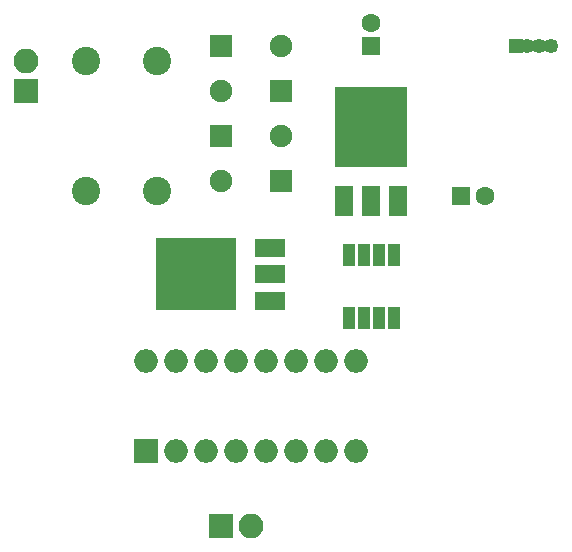
<source format=gbr>
G04 #@! TF.GenerationSoftware,KiCad,Pcbnew,(5.0.0)*
G04 #@! TF.CreationDate,2022-12-05T21:19:23-03:00*
G04 #@! TF.ProjectId,Projeto final,50726F6A65746F2066696E616C2E6B69,rev?*
G04 #@! TF.SameCoordinates,Original*
G04 #@! TF.FileFunction,Soldermask,Top*
G04 #@! TF.FilePolarity,Negative*
%FSLAX46Y46*%
G04 Gerber Fmt 4.6, Leading zero omitted, Abs format (unit mm)*
G04 Created by KiCad (PCBNEW (5.0.0)) date 12/05/22 21:19:23*
%MOMM*%
%LPD*%
G01*
G04 APERTURE LIST*
%ADD10R,1.600000X1.600000*%
%ADD11C,1.600000*%
%ADD12R,1.900000X1.900000*%
%ADD13O,1.900000X1.900000*%
%ADD14R,2.100000X2.100000*%
%ADD15O,2.100000X2.100000*%
%ADD16R,1.250000X1.250000*%
%ADD17O,1.250000X1.250000*%
%ADD18C,2.400000*%
%ADD19R,1.600000X2.600000*%
%ADD20R,6.200000X6.800000*%
%ADD21R,1.000000X1.950000*%
%ADD22R,6.800000X6.200000*%
%ADD23R,2.600000X1.600000*%
%ADD24R,2.000000X2.000000*%
%ADD25O,2.000000X2.000000*%
G04 APERTURE END LIST*
D10*
G04 #@! TO.C,C1*
X138480000Y-81430000D03*
D11*
X138480000Y-79430000D03*
G04 #@! TD*
G04 #@! TO.C,C2*
X148100000Y-94130000D03*
D10*
X146100000Y-94130000D03*
G04 #@! TD*
D12*
G04 #@! TO.C,D1*
X130860000Y-92860000D03*
D13*
X125780000Y-92860000D03*
G04 #@! TD*
D12*
G04 #@! TO.C,D2*
X125780000Y-89050000D03*
D13*
X130860000Y-89050000D03*
G04 #@! TD*
G04 #@! TO.C,D3*
X125780000Y-85240000D03*
D12*
X130860000Y-85240000D03*
G04 #@! TD*
D13*
G04 #@! TO.C,D4*
X130860000Y-81430000D03*
D12*
X125780000Y-81430000D03*
G04 #@! TD*
D14*
G04 #@! TO.C,J1*
X109270000Y-85240000D03*
D15*
X109270000Y-82700000D03*
G04 #@! TD*
G04 #@! TO.C,J2*
X128320000Y-122070000D03*
D14*
X125780000Y-122070000D03*
G04 #@! TD*
D16*
G04 #@! TO.C,J4*
X150720000Y-81430000D03*
D17*
X151720000Y-81430000D03*
X152720000Y-81430000D03*
X153720000Y-81430000D03*
G04 #@! TD*
D18*
G04 #@! TO.C,T1*
X114350000Y-82700000D03*
X114350000Y-93700000D03*
X120350000Y-82700000D03*
X120350000Y-93700000D03*
G04 #@! TD*
D19*
G04 #@! TO.C,U0*
X136200000Y-94520000D03*
X138480000Y-94520000D03*
X140760000Y-94520000D03*
D20*
X138480000Y-88220000D03*
G04 #@! TD*
D21*
G04 #@! TO.C,U1*
X136575000Y-104450000D03*
X137845000Y-104450000D03*
X139115000Y-104450000D03*
X140385000Y-104450000D03*
X140385000Y-99050000D03*
X139115000Y-99050000D03*
X137845000Y-99050000D03*
X136575000Y-99050000D03*
G04 #@! TD*
D22*
G04 #@! TO.C,U4*
X123645000Y-100735000D03*
D23*
X129945000Y-98455000D03*
X129945000Y-100735000D03*
X129945000Y-103015000D03*
G04 #@! TD*
D24*
G04 #@! TO.C,U5*
X119430000Y-115720000D03*
D25*
X137210000Y-108100000D03*
X121970000Y-115720000D03*
X134670000Y-108100000D03*
X124510000Y-115720000D03*
X132130000Y-108100000D03*
X127050000Y-115720000D03*
X129590000Y-108100000D03*
X129590000Y-115720000D03*
X127050000Y-108100000D03*
X132130000Y-115720000D03*
X124510000Y-108100000D03*
X134670000Y-115720000D03*
X121970000Y-108100000D03*
X137210000Y-115720000D03*
X119430000Y-108100000D03*
G04 #@! TD*
M02*

</source>
